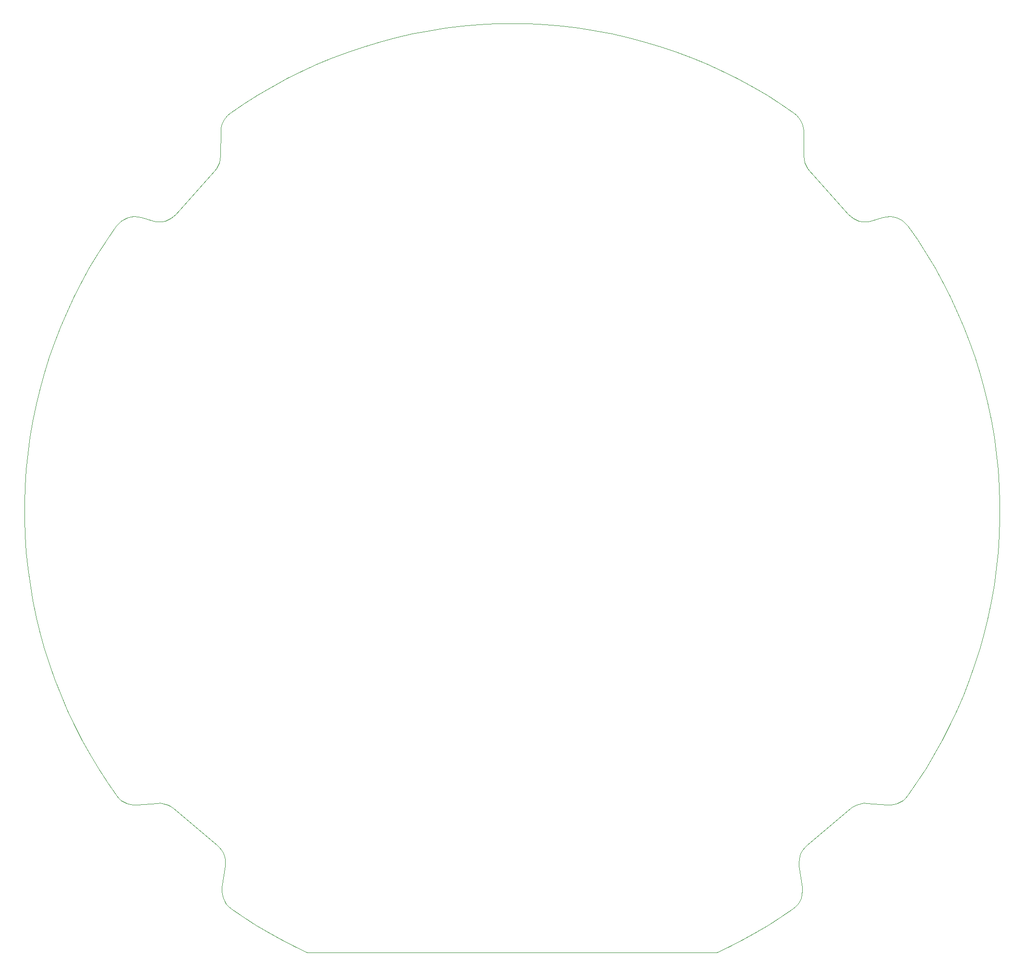
<source format=gbr>
%TF.GenerationSoftware,Altium Limited,Altium Designer,23.6.0 (18)*%
G04 Layer_Color=0*
%FSLAX45Y45*%
%MOMM*%
%TF.SameCoordinates,8B2A78E3-6762-467B-82E4-ABAB87B9FA14*%
%TF.FilePolarity,Positive*%
%TF.FileFunction,Profile,NP*%
%TF.Part,Single*%
G01*
G75*
%TA.AperFunction,Profile*%
%ADD116C,0.02540*%
D116*
X10585314Y2774395D02*
X10751071Y3012611D01*
X10908697Y3256284D01*
X11058011Y3505136D01*
X11198843Y3758884D01*
X11331034Y4017240D01*
X11454433Y4279909D01*
X11568898Y4546592D01*
X11674300Y4816985D01*
X11770519Y5090781D01*
X11857445Y5367667D01*
X11934980Y5647329D01*
X12003034Y5929447D01*
X12061532Y6213701D01*
X12110404Y6499767D01*
X12149597Y6787319D01*
X12179065Y7076029D01*
X12198775Y7365569D01*
X12208704Y7655611D01*
X12208842Y7945821D01*
X12199188Y8235870D01*
X12179752Y8525429D01*
X12150558Y8814169D01*
X12111639Y9101758D01*
X12063038Y9387869D01*
X12004812Y9672179D01*
X11937025Y9954361D01*
X11859757Y10234097D01*
X11773094Y10511065D01*
X11677135Y10784953D01*
X11571989Y11055445D01*
X11457777Y11322237D01*
X11334628Y11585023D01*
X11202683Y11843505D01*
X11062092Y12097387D01*
X10913014Y12346381D01*
X10755620Y12590204D01*
X10590089Y12828577D01*
X10550232Y12875784D01*
X10503581Y12916293D01*
X10451248Y12949133D01*
X10394482Y12973523D01*
X10334637Y12988879D01*
X10273142Y12994838D01*
X10211461Y12991254D01*
X10151069Y12978214D01*
X9952793Y12919055D01*
X9897547Y12906750D01*
X9841117Y12902367D01*
X9784634Y12905992D01*
X9729228Y12917552D01*
X9676008Y12936816D01*
X9626040Y12963400D01*
X9580325Y12996771D01*
X9539777Y13036259D01*
X8856712Y13802888D01*
X8821878Y13848105D01*
X8793834Y13897820D01*
X8773153Y13951021D01*
X8760253Y14006622D01*
X8755400Y14063495D01*
X8749382Y14501917D01*
X8743618Y14564308D01*
X8728180Y14625034D01*
X8703450Y14682603D01*
X8670033Y14735606D01*
X8628749Y14782739D01*
X8580610Y14822847D01*
X8337475Y14988876D01*
X8088798Y15146484D01*
X7834873Y15295490D01*
X7575995Y15435715D01*
X7312470Y15566995D01*
X7044604Y15689180D01*
X6772715Y15802126D01*
X6497118Y15905696D01*
X6218137Y15999774D01*
X5936100Y16084245D01*
X5651336Y16159015D01*
X5364181Y16223994D01*
X5074970Y16279105D01*
X4784040Y16324284D01*
X4491736Y16359479D01*
X4198397Y16384648D01*
X3904370Y16399760D01*
X3609997Y16404799D01*
X3315625Y16399760D01*
X3021597Y16384647D01*
X2728259Y16359477D01*
X2435955Y16324283D01*
X2145026Y16279105D01*
X1855814Y16223994D01*
X1568659Y16159015D01*
X1283895Y16084245D01*
X1001858Y15999774D01*
X722877Y15905696D01*
X447281Y15802126D01*
X175390Y15689180D01*
X-92475Y15566995D01*
X-356000Y15435715D01*
X-614877Y15295490D01*
X-868803Y15146484D01*
X-1117480Y14988875D01*
X-1360616Y14822847D01*
X-1408754Y14782739D01*
X-1450038Y14735606D01*
X-1483455Y14682603D01*
X-1508186Y14625034D01*
X-1523623Y14564308D01*
X-1529387Y14501917D01*
X-1535405Y14063495D01*
X-1540259Y14006622D01*
X-1553158Y13951021D01*
X-1573840Y13897820D01*
X-1601883Y13848105D01*
X-1636717Y13802888D01*
X-2319782Y13036259D01*
X-2360329Y12996770D01*
X-2406045Y12963400D01*
X-2456012Y12936815D01*
X-2509232Y12917551D01*
X-2564639Y12905991D01*
X-2621121Y12902365D01*
X-2677551Y12906749D01*
X-2732797Y12919054D01*
X-2931073Y12978214D01*
X-2991465Y12991252D01*
X-3053146Y12994836D01*
X-3114641Y12988878D01*
X-3174487Y12973521D01*
X-3231253Y12949132D01*
X-3283586Y12916290D01*
X-3330237Y12875783D01*
X-3370094Y12828575D01*
X-3535624Y12590202D01*
X-3693019Y12346379D01*
X-3842096Y12097385D01*
X-3982687Y11843503D01*
X-4114632Y11585022D01*
X-4237781Y11322236D01*
X-4351993Y11055444D01*
X-4457139Y10784950D01*
X-4553098Y10511064D01*
X-4639761Y10234096D01*
X-4717029Y9954360D01*
X-4784816Y9672178D01*
X-4843042Y9387868D01*
X-4891643Y9101755D01*
X-4930563Y8814167D01*
X-4959757Y8525428D01*
X-4979192Y8235869D01*
X-4988846Y7945820D01*
X-4988708Y7655609D01*
X-4978778Y7365568D01*
X-4959068Y7076028D01*
X-4929600Y6787318D01*
X-4890407Y6499766D01*
X-4841535Y6213700D01*
X-4783037Y5929446D01*
X-4714983Y5647328D01*
X-4637449Y5367666D01*
X-4550523Y5090780D01*
X-4454304Y4816984D01*
X-4348902Y4546591D01*
X-4234436Y4279908D01*
X-4111038Y4017239D01*
X-3978847Y3758883D01*
X-3838014Y3505134D01*
X-3688700Y3256282D01*
X-3531074Y3012610D01*
X-3365317Y2774394D01*
X-3327501Y2729349D01*
X-3283489Y2690337D01*
X-3234232Y2658200D01*
X-3180795Y2633633D01*
X-3124333Y2617168D01*
X-3066067Y2609160D01*
X-3007257Y2609782D01*
X-2653519Y2639626D01*
X-2590957Y2639994D01*
X-2529103Y2630602D01*
X-2469469Y2611680D01*
X-2413516Y2583691D01*
X-2362611Y2547320D01*
X-1590901Y1899065D01*
X-1549589Y1858948D01*
X-1514466Y1813316D01*
X-1486258Y1763114D01*
X-1465552Y1709381D01*
X-1452776Y1653232D01*
X-1448194Y1595830D01*
X-1451901Y1538365D01*
X-1504842Y1152865D01*
X-1508482Y1090513D01*
X-1502372Y1028354D01*
X-1486661Y967904D01*
X-1461730Y910636D01*
X-1428189Y857948D01*
X-1386854Y811124D01*
X-1338735Y771305D01*
X-1125600Y626073D01*
X-908205Y487297D01*
X-686748Y355102D01*
X-461425Y229608D01*
X-232441Y110927D01*
X-1Y-834D01*
X7219999Y-833D01*
X7452439Y110928D01*
X7681423Y229609D01*
X7906745Y355103D01*
X8128203Y487298D01*
X8345597Y626074D01*
X8558733Y771306D01*
X8606852Y811125D01*
X8648187Y857949D01*
X8681728Y910637D01*
X8706658Y967905D01*
X8722370Y1028355D01*
X8728480Y1090514D01*
X8724840Y1152866D01*
X8671899Y1538366D01*
X8668192Y1595831D01*
X8672773Y1653233D01*
X8685550Y1709382D01*
X8706256Y1763115D01*
X8734463Y1813317D01*
X8769586Y1858949D01*
X8810898Y1899066D01*
X9582608Y2547321D01*
X9633513Y2583692D01*
X9689466Y2611681D01*
X9749100Y2630603D01*
X9810954Y2639995D01*
X9873516Y2639627D01*
X10227254Y2609783D01*
X10286064Y2609161D01*
X10344330Y2617169D01*
X10400792Y2633634D01*
X10454229Y2658201D01*
X10503486Y2690338D01*
X10547498Y2729350D01*
X10585314Y2774395D01*
%TF.MD5,3024e81b9ec08432b3a66eeb09b25bd9*%
M02*

</source>
